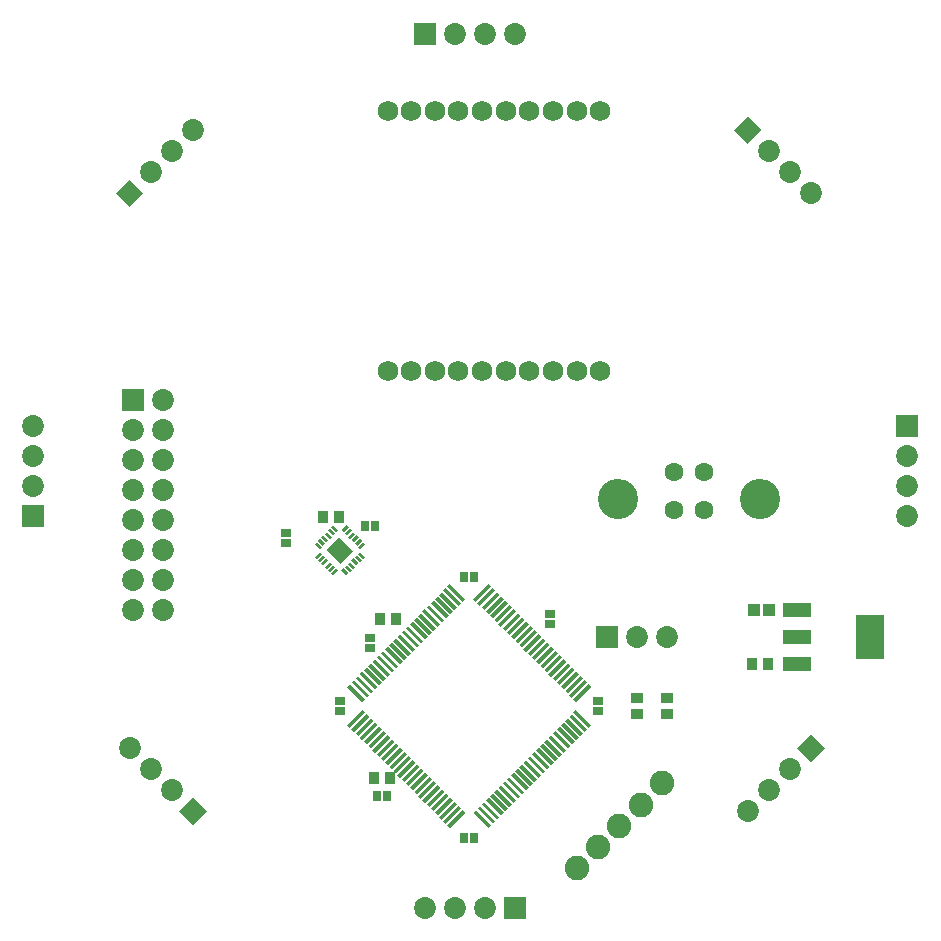
<source format=gts>
G04 ---------------------------- Layer name :TOP SOLDER LAYER*
G04 easyEDA 0.1*
G04 Scale: 100 percent, Rotated: No, Reflected: No *
G04 Dimensions in inches *
G04 leading zeros omitted , absolute positions ,2 integer and 4 * 
%FSLAX24Y24*%
%MOIN*%
G90*
G70D02*

%ADD14C,0.082000*%
%ADD16R,0.073000X0.073000*%
%ADD17C,0.073000*%
%ADD19C,0.068000*%
%ADD21R,0.033590X0.031620*%
%ADD22R,0.031620X0.033590*%
%ADD23R,0.035600X0.043400*%
%ADD24R,0.093000X0.051000*%
%ADD25R,0.093000X0.146000*%
%ADD26R,0.043400X0.039500*%
%ADD27R,0.043400X0.035600*%
%ADD29C,0.133984*%
%ADD31C,0.063118*%

%LPD*%
G36*
G01X-588382Y680759D02*
G01X-588549Y680926D01*
G01X-588478Y680997D01*
G01X-588311Y680830D01*
G01X-588382Y680759D01*
G37*
G36*
G01X-588276Y680866D02*
G01X-588443Y681032D01*
G01X-588372Y681103D01*
G01X-588205Y680936D01*
G01X-588276Y680866D01*
G37*
G36*
G01X-588163Y680979D02*
G01X-588330Y681146D01*
G01X-588259Y681216D01*
G01X-588092Y681049D01*
G01X-588163Y680979D01*
G37*
G36*
G01X-588050Y681092D02*
G01X-588216Y681259D01*
G01X-588146Y681329D01*
G01X-587979Y681162D01*
G01X-588050Y681092D01*
G37*
G36*
G01X-587936Y681205D02*
G01X-588103Y681372D01*
G01X-588033Y681443D01*
G01X-587866Y681276D01*
G01X-587936Y681205D01*
G37*
G36*
G01X-587830Y681311D02*
G01X-587997Y681478D01*
G01X-587927Y681549D01*
G01X-587760Y681382D01*
G01X-587830Y681311D01*
G37*
G36*
G01X-587760Y681817D02*
G01X-587927Y681650D01*
G01X-587997Y681721D01*
G01X-587830Y681888D01*
G01X-587760Y681817D01*
G37*
G36*
G01X-587866Y681923D02*
G01X-588033Y681756D01*
G01X-588103Y681827D01*
G01X-587936Y681994D01*
G01X-587866Y681923D01*
G37*
G36*
G01X-587979Y682036D02*
G01X-588146Y681870D01*
G01X-588216Y681940D01*
G01X-588050Y682107D01*
G01X-587979Y682036D01*
G37*
G36*
G01X-588092Y682150D02*
G01X-588259Y681983D01*
G01X-588330Y682053D01*
G01X-588163Y682220D01*
G01X-588092Y682150D01*
G37*
G36*
G01X-588205Y682263D02*
G01X-588372Y682096D01*
G01X-588443Y682167D01*
G01X-588276Y682333D01*
G01X-588205Y682263D01*
G37*
G36*
G01X-588311Y682369D02*
G01X-588478Y682202D01*
G01X-588549Y682273D01*
G01X-588382Y682440D01*
G01X-588311Y682369D01*
G37*
G36*
G01X-588817Y682440D02*
G01X-588651Y682273D01*
G01X-588721Y682202D01*
G01X-588888Y682369D01*
G01X-588817Y682440D01*
G37*
G36*
G01X-588924Y682333D02*
G01X-588757Y682167D01*
G01X-588827Y682096D01*
G01X-588994Y682263D01*
G01X-588924Y682333D01*
G37*
G36*
G01X-589037Y682220D02*
G01X-588870Y682053D01*
G01X-588941Y681983D01*
G01X-589107Y682150D01*
G01X-589037Y682220D01*
G37*
G36*
G01X-589150Y682107D02*
G01X-588983Y681940D01*
G01X-589054Y681870D01*
G01X-589221Y682036D01*
G01X-589150Y682107D01*
G37*
G36*
G01X-589263Y681994D02*
G01X-589096Y681827D01*
G01X-589167Y681756D01*
G01X-589334Y681923D01*
G01X-589263Y681994D01*
G37*
G36*
G01X-589369Y681888D02*
G01X-589202Y681721D01*
G01X-589273Y681650D01*
G01X-589440Y681817D01*
G01X-589369Y681888D01*
G37*
G36*
G01X-589440Y681382D02*
G01X-589273Y681549D01*
G01X-589202Y681478D01*
G01X-589369Y681311D01*
G01X-589440Y681382D01*
G37*
G36*
G01X-589334Y681276D02*
G01X-589167Y681443D01*
G01X-589096Y681372D01*
G01X-589263Y681205D01*
G01X-589334Y681276D01*
G37*
G36*
G01X-589221Y681162D02*
G01X-589054Y681329D01*
G01X-588983Y681259D01*
G01X-589150Y681092D01*
G01X-589221Y681162D01*
G37*
G36*
G01X-589107Y681049D02*
G01X-588941Y681216D01*
G01X-588870Y681146D01*
G01X-589037Y680979D01*
G01X-589107Y681049D01*
G37*
G36*
G01X-588994Y680936D02*
G01X-588827Y681103D01*
G01X-588757Y681032D01*
G01X-588924Y680866D01*
G01X-588994Y680936D01*
G37*
G36*
G01X-588888Y680830D02*
G01X-588721Y680997D01*
G01X-588651Y680926D01*
G01X-588817Y680759D01*
G01X-588888Y680830D01*
G37*
G36*
G01X-588577Y681149D02*
G01X-589050Y681622D01*
G01X-588622Y682050D01*
G01X-588149Y681577D01*
G01X-588577Y681149D01*
G37*
G54D14*
G01X-580700Y671000D03*
G01X-579992Y671707D03*
G01X-579285Y672415D03*
G01X-578578Y673121D03*
G01X-577871Y673829D03*
G54D16*
G01X-579700Y678700D03*
G54D17*
G01X-578700Y678700D03*
G01X-577700Y678700D03*
G54D19*
G01X-587010Y696230D03*
G01X-586230Y696230D03*
G01X-585440Y696230D03*
G01X-584650Y696230D03*
G01X-583860Y696230D03*
G01X-583080Y696230D03*
G01X-582290Y696230D03*
G01X-581500Y696230D03*
G01X-580710Y696230D03*
G01X-579930Y696230D03*
G01X-587010Y687570D03*
G01X-586230Y687570D03*
G01X-585440Y687570D03*
G01X-584650Y687570D03*
G01X-583860Y687570D03*
G01X-583080Y687570D03*
G01X-582290Y687570D03*
G01X-581500Y687570D03*
G01X-580710Y687570D03*
G01X-579930Y687570D03*
G54D21*
G01X-590400Y682170D03*
G01X-590400Y681836D03*
G54D22*
G01X-587430Y682400D03*
G01X-587764Y682400D03*
G54D23*
G01X-589160Y682700D03*
G01X-588640Y682700D03*
G54D24*
G01X-573360Y679600D03*
G01X-573360Y678690D03*
G01X-573360Y677790D03*
G54D25*
G01X-570920Y678690D03*
G54D23*
G01X-574860Y677800D03*
G01X-574340Y677800D03*
G54D26*
G01X-574800Y679600D03*
G01X-574288Y679600D03*
G54D21*
G01X-588600Y676230D03*
G01X-588600Y676564D03*
G01X-580000Y676230D03*
G01X-580000Y676564D03*
G54D22*
G01X-584130Y672000D03*
G01X-584464Y672000D03*
G01X-584470Y680700D03*
G01X-584136Y680700D03*
G54D21*
G01X-581600Y679130D03*
G01X-581600Y679464D03*
G54D22*
G01X-587030Y673400D03*
G01X-587364Y673400D03*
G54D21*
G01X-587600Y678670D03*
G01X-587600Y678336D03*
G54D23*
G01X-586940Y674000D03*
G01X-587460Y674000D03*
G01X-587260Y679300D03*
G01X-586740Y679300D03*
G54D27*
G01X-577700Y676140D03*
G01X-577700Y676660D03*
G01X-578700Y676140D03*
G01X-578700Y676660D03*
G54D16*
G01X-595500Y686599D03*
G54D17*
G01X-595500Y685599D03*
G01X-595500Y684599D03*
G01X-595500Y683599D03*
G01X-595500Y682599D03*
G01X-595500Y681599D03*
G01X-595500Y680599D03*
G01X-595500Y679599D03*
G01X-594500Y679599D03*
G01X-594500Y680599D03*
G01X-594500Y681599D03*
G01X-594500Y682599D03*
G01X-594500Y683599D03*
G01X-594500Y684599D03*
G01X-594500Y685599D03*
G01X-594500Y686599D03*
G36*
G01X-584927Y672348D02*
G01X-585016Y672436D01*
G01X-584510Y672942D01*
G01X-584422Y672853D01*
G01X-584927Y672348D01*
G37*
G36*
G01X-585069Y672489D02*
G01X-585157Y672577D01*
G01X-584652Y673083D01*
G01X-584563Y672995D01*
G01X-585069Y672489D01*
G37*
G36*
G01X-585203Y672623D02*
G01X-585291Y672712D01*
G01X-584786Y673217D01*
G01X-584697Y673129D01*
G01X-585203Y672623D01*
G37*
G36*
G01X-585344Y672765D02*
G01X-585433Y672853D01*
G01X-584927Y673359D01*
G01X-584839Y673270D01*
G01X-585344Y672765D01*
G37*
G36*
G01X-585486Y672906D02*
G01X-585574Y672995D01*
G01X-585069Y673500D01*
G01X-584980Y673412D01*
G01X-585486Y672906D01*
G37*
G36*
G01X-585620Y673041D02*
G01X-585709Y673129D01*
G01X-585203Y673635D01*
G01X-585115Y673546D01*
G01X-585620Y673041D01*
G37*
G36*
G01X-585762Y673182D02*
G01X-585850Y673270D01*
G01X-585344Y673776D01*
G01X-585256Y673688D01*
G01X-585762Y673182D01*
G37*
G36*
G01X-585903Y673323D02*
G01X-585991Y673412D01*
G01X-585486Y673917D01*
G01X-585398Y673829D01*
G01X-585903Y673323D01*
G37*
G36*
G01X-586037Y673458D02*
G01X-586126Y673546D01*
G01X-585620Y674052D01*
G01X-585532Y673963D01*
G01X-586037Y673458D01*
G37*
G36*
G01X-586179Y673599D02*
G01X-586267Y673688D01*
G01X-585762Y674193D01*
G01X-585673Y674105D01*
G01X-586179Y673599D01*
G37*
G36*
G01X-586320Y673741D02*
G01X-586409Y673829D01*
G01X-585903Y674335D01*
G01X-585815Y674246D01*
G01X-586320Y673741D01*
G37*
G36*
G01X-586455Y673875D02*
G01X-586543Y673963D01*
G01X-586037Y674469D01*
G01X-585949Y674381D01*
G01X-586455Y673875D01*
G37*
G36*
G01X-586596Y674016D02*
G01X-586684Y674105D01*
G01X-586179Y674610D01*
G01X-586090Y674522D01*
G01X-586596Y674016D01*
G37*
G36*
G01X-586737Y674158D02*
G01X-586826Y674246D01*
G01X-586320Y674752D01*
G01X-586232Y674663D01*
G01X-586737Y674158D01*
G37*
G36*
G01X-586872Y674292D02*
G01X-586960Y674381D01*
G01X-586455Y674886D01*
G01X-586366Y674798D01*
G01X-586872Y674292D01*
G37*
G36*
G01X-587013Y674434D02*
G01X-587102Y674522D01*
G01X-586596Y675028D01*
G01X-586508Y674939D01*
G01X-587013Y674434D01*
G37*
G36*
G01X-587155Y674575D02*
G01X-587243Y674663D01*
G01X-586737Y675169D01*
G01X-586649Y675081D01*
G01X-587155Y674575D01*
G37*
G36*
G01X-587289Y674709D02*
G01X-587377Y674798D01*
G01X-586872Y675303D01*
G01X-586783Y675215D01*
G01X-587289Y674709D01*
G37*
G36*
G01X-587430Y674851D02*
G01X-587519Y674939D01*
G01X-587013Y675445D01*
G01X-586925Y675356D01*
G01X-587430Y674851D01*
G37*
G36*
G01X-587572Y674992D02*
G01X-587660Y675081D01*
G01X-587155Y675586D01*
G01X-587066Y675498D01*
G01X-587572Y674992D01*
G37*
G36*
G01X-587713Y675134D02*
G01X-587802Y675222D01*
G01X-587296Y675728D01*
G01X-587208Y675639D01*
G01X-587713Y675134D01*
G37*
G36*
G01X-587848Y675268D02*
G01X-587936Y675356D01*
G01X-587430Y675862D01*
G01X-587342Y675774D01*
G01X-587848Y675268D01*
G37*
G36*
G01X-587989Y675409D02*
G01X-588077Y675498D01*
G01X-587572Y676003D01*
G01X-587483Y675915D01*
G01X-587989Y675409D01*
G37*
G36*
G01X-588130Y675551D02*
G01X-588219Y675639D01*
G01X-587713Y676145D01*
G01X-587625Y676056D01*
G01X-588130Y675551D01*
G37*
G36*
G01X-588265Y675685D02*
G01X-588353Y675774D01*
G01X-587848Y676279D01*
G01X-587759Y676191D01*
G01X-588265Y675685D01*
G37*
G36*
G01X-587759Y676636D02*
G01X-587848Y676548D01*
G01X-588353Y677053D01*
G01X-588265Y677142D01*
G01X-587759Y676636D01*
G37*
G36*
G01X-587618Y676778D02*
G01X-587706Y676689D01*
G01X-588212Y677195D01*
G01X-588123Y677283D01*
G01X-587618Y676778D01*
G37*
G36*
G01X-587483Y676912D02*
G01X-587572Y676824D01*
G01X-588077Y677329D01*
G01X-587989Y677418D01*
G01X-587483Y676912D01*
G37*
G36*
G01X-587342Y677053D02*
G01X-587430Y676965D01*
G01X-587936Y677471D01*
G01X-587848Y677559D01*
G01X-587342Y677053D01*
G37*
G36*
G01X-587201Y677195D02*
G01X-587289Y677107D01*
G01X-587795Y677612D01*
G01X-587706Y677700D01*
G01X-587201Y677195D01*
G37*
G36*
G01X-587066Y677329D02*
G01X-587155Y677241D01*
G01X-587660Y677746D01*
G01X-587572Y677835D01*
G01X-587066Y677329D01*
G37*
G36*
G01X-586925Y677471D02*
G01X-587013Y677382D01*
G01X-587519Y677888D01*
G01X-587430Y677976D01*
G01X-586925Y677471D01*
G37*
G36*
G01X-586783Y677612D02*
G01X-586872Y677524D01*
G01X-587377Y678029D01*
G01X-587289Y678118D01*
G01X-586783Y677612D01*
G37*
G36*
G01X-586649Y677746D02*
G01X-586737Y677658D01*
G01X-587243Y678164D01*
G01X-587155Y678252D01*
G01X-586649Y677746D01*
G37*
G36*
G01X-586508Y677888D02*
G01X-586596Y677799D01*
G01X-587102Y678305D01*
G01X-587013Y678393D01*
G01X-586508Y677888D01*
G37*
G36*
G01X-586366Y678029D02*
G01X-586455Y677941D01*
G01X-586960Y678446D01*
G01X-586872Y678535D01*
G01X-586366Y678029D01*
G37*
G36*
G01X-586232Y678164D02*
G01X-586320Y678075D01*
G01X-586826Y678581D01*
G01X-586737Y678669D01*
G01X-586232Y678164D01*
G37*
G36*
G01X-586090Y678305D02*
G01X-586179Y678217D01*
G01X-586684Y678722D01*
G01X-586596Y678811D01*
G01X-586090Y678305D01*
G37*
G36*
G01X-585949Y678446D02*
G01X-586037Y678358D01*
G01X-586543Y678864D01*
G01X-586455Y678952D01*
G01X-585949Y678446D01*
G37*
G36*
G01X-585815Y678581D02*
G01X-585903Y678492D01*
G01X-586409Y678998D01*
G01X-586320Y679086D01*
G01X-585815Y678581D01*
G37*
G36*
G01X-585673Y678722D02*
G01X-585762Y678634D01*
G01X-586267Y679139D01*
G01X-586179Y679228D01*
G01X-585673Y678722D01*
G37*
G36*
G01X-585532Y678864D02*
G01X-585620Y678775D01*
G01X-586126Y679281D01*
G01X-586037Y679369D01*
G01X-585532Y678864D01*
G37*
G36*
G01X-585398Y678998D02*
G01X-585486Y678910D01*
G01X-585991Y679415D01*
G01X-585903Y679504D01*
G01X-585398Y678998D01*
G37*
G36*
G01X-585256Y679139D02*
G01X-585344Y679051D01*
G01X-585850Y679557D01*
G01X-585762Y679645D01*
G01X-585256Y679139D01*
G37*
G36*
G01X-585115Y679281D02*
G01X-585203Y679192D01*
G01X-585709Y679698D01*
G01X-585620Y679786D01*
G01X-585115Y679281D01*
G37*
G36*
G01X-584973Y679422D02*
G01X-585062Y679334D01*
G01X-585567Y679839D01*
G01X-585479Y679928D01*
G01X-584973Y679422D01*
G37*
G36*
G01X-584839Y679557D02*
G01X-584927Y679468D01*
G01X-585433Y679974D01*
G01X-585344Y680062D01*
G01X-584839Y679557D01*
G37*
G36*
G01X-584697Y679698D02*
G01X-584786Y679610D01*
G01X-585291Y680115D01*
G01X-585203Y680204D01*
G01X-584697Y679698D01*
G37*
G36*
G01X-584556Y679839D02*
G01X-584644Y679751D01*
G01X-585150Y680257D01*
G01X-585062Y680345D01*
G01X-584556Y679839D01*
G37*
G36*
G01X-584422Y679974D02*
G01X-584510Y679885D01*
G01X-585016Y680391D01*
G01X-584927Y680479D01*
G01X-584422Y679974D01*
G37*
G36*
G01X-584065Y679885D02*
G01X-584153Y679974D01*
G01X-583647Y680479D01*
G01X-583559Y680391D01*
G01X-584065Y679885D01*
G37*
G36*
G01X-583930Y679751D02*
G01X-584019Y679839D01*
G01X-583513Y680345D01*
G01X-583425Y680257D01*
G01X-583930Y679751D01*
G37*
G36*
G01X-583789Y679610D02*
G01X-583877Y679698D01*
G01X-583372Y680204D01*
G01X-583283Y680115D01*
G01X-583789Y679610D01*
G37*
G36*
G01X-583647Y679468D02*
G01X-583736Y679557D01*
G01X-583230Y680062D01*
G01X-583142Y679974D01*
G01X-583647Y679468D01*
G37*
G36*
G01X-583513Y679334D02*
G01X-583601Y679422D01*
G01X-583096Y679928D01*
G01X-583007Y679839D01*
G01X-583513Y679334D01*
G37*
G36*
G01X-583372Y679192D02*
G01X-583460Y679281D01*
G01X-582954Y679786D01*
G01X-582866Y679698D01*
G01X-583372Y679192D01*
G37*
G36*
G01X-583230Y679051D02*
G01X-583319Y679139D01*
G01X-582813Y679645D01*
G01X-582725Y679557D01*
G01X-583230Y679051D01*
G37*
G36*
G01X-583089Y678910D02*
G01X-583177Y678998D01*
G01X-582672Y679504D01*
G01X-582583Y679415D01*
G01X-583089Y678910D01*
G37*
G36*
G01X-582954Y678775D02*
G01X-583043Y678864D01*
G01X-582537Y679369D01*
G01X-582449Y679281D01*
G01X-582954Y678775D01*
G37*
G36*
G01X-582813Y678634D02*
G01X-582901Y678722D01*
G01X-582396Y679228D01*
G01X-582307Y679139D01*
G01X-582813Y678634D01*
G37*
G36*
G01X-582672Y678492D02*
G01X-582760Y678581D01*
G01X-582254Y679086D01*
G01X-582166Y678998D01*
G01X-582672Y678492D01*
G37*
G36*
G01X-582537Y678358D02*
G01X-582626Y678446D01*
G01X-582120Y678952D01*
G01X-582032Y678864D01*
G01X-582537Y678358D01*
G37*
G36*
G01X-582396Y678217D02*
G01X-582484Y678305D01*
G01X-581979Y678811D01*
G01X-581890Y678722D01*
G01X-582396Y678217D01*
G37*
G36*
G01X-582254Y678075D02*
G01X-582343Y678164D01*
G01X-581837Y678669D01*
G01X-581749Y678581D01*
G01X-582254Y678075D01*
G37*
G36*
G01X-582120Y677941D02*
G01X-582208Y678029D01*
G01X-581703Y678535D01*
G01X-581614Y678446D01*
G01X-582120Y677941D01*
G37*
G36*
G01X-581979Y677799D02*
G01X-582067Y677888D01*
G01X-581561Y678393D01*
G01X-581473Y678305D01*
G01X-581979Y677799D01*
G37*
G36*
G01X-581837Y677658D02*
G01X-581926Y677746D01*
G01X-581420Y678252D01*
G01X-581332Y678164D01*
G01X-581837Y677658D01*
G37*
G36*
G01X-581703Y677524D02*
G01X-581791Y677612D01*
G01X-581286Y678118D01*
G01X-581197Y678029D01*
G01X-581703Y677524D01*
G37*
G36*
G01X-581561Y677382D02*
G01X-581650Y677471D01*
G01X-581144Y677976D01*
G01X-581056Y677888D01*
G01X-581561Y677382D01*
G37*
G36*
G01X-581420Y677241D02*
G01X-581508Y677329D01*
G01X-581003Y677835D01*
G01X-580914Y677746D01*
G01X-581420Y677241D01*
G37*
G36*
G01X-581286Y677107D02*
G01X-581374Y677195D01*
G01X-580868Y677700D01*
G01X-580780Y677612D01*
G01X-581286Y677107D01*
G37*
G36*
G01X-581144Y676965D02*
G01X-581233Y677053D01*
G01X-580727Y677559D01*
G01X-580639Y677471D01*
G01X-581144Y676965D01*
G37*
G36*
G01X-581003Y676824D02*
G01X-581091Y676912D01*
G01X-580586Y677418D01*
G01X-580497Y677329D01*
G01X-581003Y676824D01*
G37*
G36*
G01X-580868Y676689D02*
G01X-580957Y676778D01*
G01X-580451Y677283D01*
G01X-580363Y677195D01*
G01X-580868Y676689D01*
G37*
G36*
G01X-580727Y676548D02*
G01X-580815Y676636D01*
G01X-580310Y677142D01*
G01X-580221Y677053D01*
G01X-580727Y676548D01*
G37*
G36*
G01X-580221Y675774D02*
G01X-580310Y675685D01*
G01X-580815Y676191D01*
G01X-580727Y676279D01*
G01X-580221Y675774D01*
G37*
G36*
G01X-580356Y675639D02*
G01X-580444Y675551D01*
G01X-580950Y676056D01*
G01X-580861Y676145D01*
G01X-580356Y675639D01*
G37*
G36*
G01X-580497Y675498D02*
G01X-580586Y675409D01*
G01X-581091Y675915D01*
G01X-581003Y676003D01*
G01X-580497Y675498D01*
G37*
G36*
G01X-580639Y675356D02*
G01X-580727Y675268D01*
G01X-581233Y675774D01*
G01X-581144Y675862D01*
G01X-580639Y675356D01*
G37*
G36*
G01X-580773Y675222D02*
G01X-580861Y675134D01*
G01X-581367Y675639D01*
G01X-581279Y675728D01*
G01X-580773Y675222D01*
G37*
G36*
G01X-580914Y675081D02*
G01X-581003Y674992D01*
G01X-581508Y675498D01*
G01X-581420Y675586D01*
G01X-580914Y675081D01*
G37*
G36*
G01X-581056Y674939D02*
G01X-581144Y674851D01*
G01X-581650Y675356D01*
G01X-581561Y675445D01*
G01X-581056Y674939D01*
G37*
G36*
G01X-581197Y674798D02*
G01X-581286Y674709D01*
G01X-581791Y675215D01*
G01X-581703Y675303D01*
G01X-581197Y674798D01*
G37*
G36*
G01X-581332Y674663D02*
G01X-581420Y674575D01*
G01X-581926Y675081D01*
G01X-581837Y675169D01*
G01X-581332Y674663D01*
G37*
G36*
G01X-581473Y674522D02*
G01X-581561Y674434D01*
G01X-582067Y674939D01*
G01X-581979Y675028D01*
G01X-581473Y674522D01*
G37*
G36*
G01X-581614Y674381D02*
G01X-581703Y674292D01*
G01X-582208Y674798D01*
G01X-582120Y674886D01*
G01X-581614Y674381D01*
G37*
G36*
G01X-581749Y674246D02*
G01X-581837Y674158D01*
G01X-582343Y674663D01*
G01X-582254Y674752D01*
G01X-581749Y674246D01*
G37*
G36*
G01X-581890Y674105D02*
G01X-581979Y674016D01*
G01X-582484Y674522D01*
G01X-582396Y674610D01*
G01X-581890Y674105D01*
G37*
G36*
G01X-582032Y673963D02*
G01X-582120Y673875D01*
G01X-582626Y674381D01*
G01X-582537Y674469D01*
G01X-582032Y673963D01*
G37*
G36*
G01X-582166Y673829D02*
G01X-582254Y673741D01*
G01X-582760Y674246D01*
G01X-582672Y674335D01*
G01X-582166Y673829D01*
G37*
G36*
G01X-582307Y673688D02*
G01X-582396Y673599D01*
G01X-582901Y674105D01*
G01X-582813Y674193D01*
G01X-582307Y673688D01*
G37*
G36*
G01X-582449Y673546D02*
G01X-582537Y673458D01*
G01X-583043Y673963D01*
G01X-582954Y674052D01*
G01X-582449Y673546D01*
G37*
G36*
G01X-582583Y673412D02*
G01X-582672Y673323D01*
G01X-583177Y673829D01*
G01X-583089Y673917D01*
G01X-582583Y673412D01*
G37*
G36*
G01X-582725Y673270D02*
G01X-582813Y673182D01*
G01X-583319Y673688D01*
G01X-583230Y673776D01*
G01X-582725Y673270D01*
G37*
G36*
G01X-582866Y673129D02*
G01X-582954Y673041D01*
G01X-583460Y673546D01*
G01X-583372Y673635D01*
G01X-582866Y673129D01*
G37*
G36*
G01X-583000Y672995D02*
G01X-583089Y672906D01*
G01X-583594Y673412D01*
G01X-583506Y673500D01*
G01X-583000Y672995D01*
G37*
G36*
G01X-583142Y672853D02*
G01X-583230Y672765D01*
G01X-583736Y673270D01*
G01X-583647Y673359D01*
G01X-583142Y672853D01*
G37*
G36*
G01X-583283Y672712D02*
G01X-583372Y672623D01*
G01X-583877Y673129D01*
G01X-583789Y673217D01*
G01X-583283Y672712D01*
G37*
G36*
G01X-583418Y672577D02*
G01X-583506Y672489D01*
G01X-584012Y672995D01*
G01X-583923Y673083D01*
G01X-583418Y672577D01*
G37*
G36*
G01X-583559Y672436D02*
G01X-583647Y672348D01*
G01X-584153Y672853D01*
G01X-584065Y672942D01*
G01X-583559Y672436D01*
G37*
G54D29*
G01X-574600Y683300D03*
G01X-579340Y683300D03*
G54D31*
G01X-576470Y684205D03*
G01X-576470Y682925D03*
G01X-577470Y682925D03*
G01X-577470Y684205D03*
G54D16*
G01X-585752Y698819D03*
G54D17*
G01X-584752Y698819D03*
G01X-583752Y698819D03*
G01X-582752Y698819D03*
G36*
G01X-595612Y693030D02*
G01X-596071Y693490D01*
G01X-595612Y693949D01*
G01X-595152Y693490D01*
G01X-595612Y693030D01*
G37*
G01X-594905Y694196D03*
G01X-594198Y694904D03*
G01X-593491Y695611D03*
G54D16*
G01X-598819Y682752D03*
G54D17*
G01X-598819Y683752D03*
G01X-598819Y684752D03*
G01X-598819Y685752D03*
G36*
G01X-593030Y672892D02*
G01X-593490Y672432D01*
G01X-593949Y672892D01*
G01X-593490Y673351D01*
G01X-593030Y672892D01*
G37*
G01X-594196Y673599D03*
G01X-594904Y674306D03*
G01X-595611Y675013D03*
G54D16*
G01X-582752Y669685D03*
G54D17*
G01X-583752Y669685D03*
G01X-584752Y669685D03*
G01X-585752Y669685D03*
G36*
G01X-572891Y675473D02*
G01X-572432Y675013D01*
G01X-572891Y674554D01*
G01X-573351Y675013D01*
G01X-572891Y675473D01*
G37*
G01X-573599Y674307D03*
G01X-574306Y673599D03*
G01X-575013Y672892D03*
G54D16*
G01X-569685Y685752D03*
G54D17*
G01X-569685Y684752D03*
G01X-569685Y683752D03*
G01X-569685Y682752D03*
G36*
G01X-575473Y695612D02*
G01X-575014Y696071D01*
G01X-574554Y695612D01*
G01X-575014Y695152D01*
G01X-575473Y695612D01*
G37*
G01X-574307Y694905D03*
G01X-573600Y694198D03*
G01X-572893Y693491D03*

M00*
M02*
</source>
